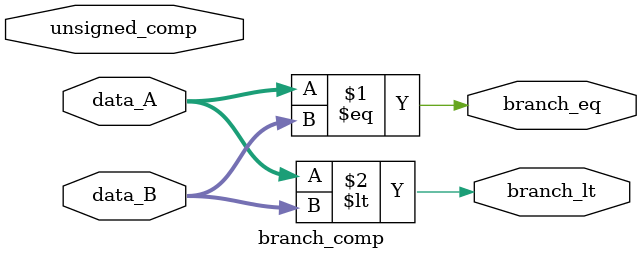
<source format=v>
module branch_comp(
	input [31:0] data_A,
	input [31:0] data_B,
	input unsigned_comp, // control line
	output branch_eq,
	output branch_lt
	);

	reg placeholder;

	// test equal
	assign branch_eq = (data_A == data_B);

	// test less than
	assign branch_lt = data_A < data_B;

endmodule // branch_comp
</source>
